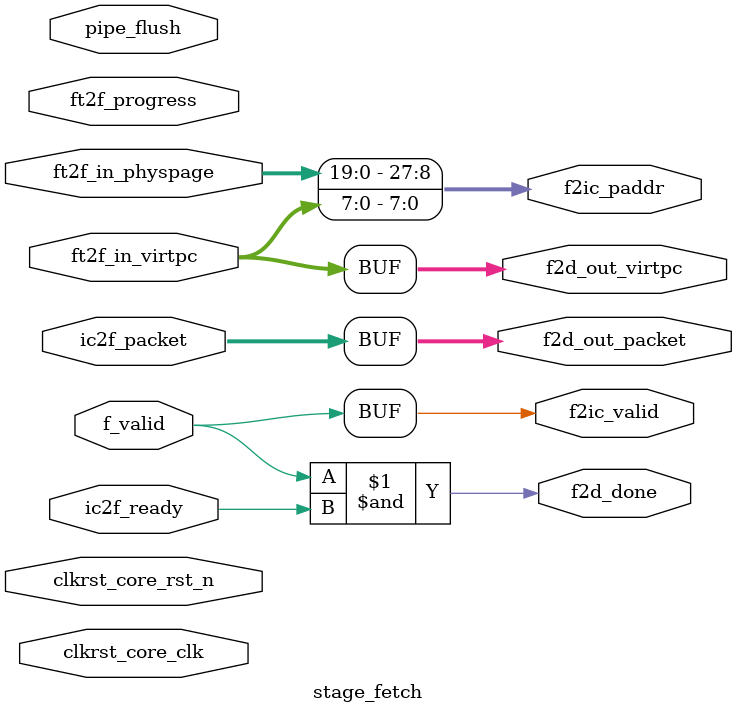
<source format=v>

module stage_fetch(/*AUTOARG*/
   // Outputs
   f2d_done, f2d_out_packet, f2d_out_virtpc, f2ic_paddr, f2ic_valid,
   // Inputs
   clkrst_core_clk, clkrst_core_rst_n, f_valid, ft2f_progress,
   ft2f_in_physpage, ft2f_in_virtpc, pipe_flush, ic2f_packet,
   ic2f_ready
   );

  /* Clocks */
  input clkrst_core_clk, clkrst_core_rst_n;

  input f_valid;

  /* Fetch TLB / Fetch stage interface */
  input ft2f_progress;
  input [19:0] ft2f_in_physpage;
  input [27:0] ft2f_in_virtpc;

  /* Fetch / Decode stage interface */
  output f2d_done;
  output [127:0] f2d_out_packet;
  output [27:0] f2d_out_virtpc;

  /* Pipeline flush */
  input pipe_flush;

  /* I$ interface */
  output [27:0] f2ic_paddr;
  output f2ic_valid;
  input [127:0] ic2f_packet;
  input ic2f_ready;

  /*AUTOREG*/

  assign f2d_out_virtpc = ft2f_in_virtpc;

  assign f2ic_valid = f_valid;
  assign f2ic_paddr = {ft2f_in_physpage, ft2f_in_virtpc[7:0]};
  assign f2d_out_packet = ic2f_packet;
  assign f2d_done = f2ic_valid & ic2f_ready;


endmodule

</source>
